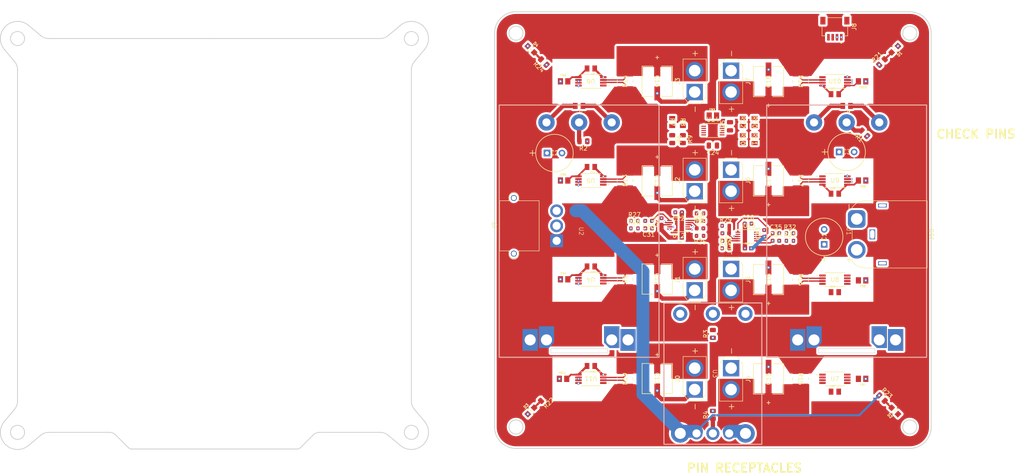
<source format=kicad_pcb>
(kicad_pcb (version 20240108) (generator "pcbnew") (generator_version "8.0")
  (layers (0 "F.Cu" signal) (1 "In1.Cu" power "GND") (2 "In2.Cu" mixed "SIG-PWR") (3 "In3.Cu" power "PWR") (4 "In4.Cu" power "GND2") (31 "B.Cu" signal) (34 "B.Paste" user) (35 "F.Paste" user) (36 "B.SilkS" user "B.Silkscreen") (37 "F.SilkS" user "F.Silkscreen") (38 "B.Mask" user) (39 "F.Mask" user) (44 "Edge.Cuts" user))
  (net 0 "")
  (net 1 "GND")
  (net 2 "+48V")
  (net 3 "+12V{slash}0")
  (net 4 "+12V{slash}1")
  (net 5 "+12V{slash}2")
  (net 6 "+12V{slash}3")
  (net 7 "+12V{slash}4")
  (net 8 "+12V{slash}5")
  (net 9 "+12V{slash}6")
  (net 10 "+12V{slash}7")
  (net 11 "+3.3V")
  (net 12 "+3.3VA{slash}1")
  (net 13 "+3.3VA{slash}2")
  (net 14 "+3.3VA{slash}3")
  (net 15 "Net-(D1-A)")
  (net 16 "Net-(D2-A)")
  (net 17 "Net-(D3-A)")
  (net 18 "Net-(D4-A)")
  (net 20 "SDA")
  (net 21 "SCL")
  (net 24 "Net-(U1-On{slash}Off)")
  (net 25 "Net-(U2-On{slash}Off)")
  (net 26 "Net-(U3-On{slash}Off)")
  (net 27 "Net-(U3-Trim)")
  (net 28 "+12V")
  (net 29 "/Voltage Sensing/AIN0")
  (net 30 "/Voltage Sensing/AIN1")
  (net 31 "+5V")
  (net 32 "/Voltage Sensing/AIN2")
  (net 33 "/Voltage Sensing/AIN3")
  (net 35 "/Current Sensing/INA240 Current Sensor 1/OUT1")
  (net 37 "/Current Sensing/INA240 Current Sensor 2/OUT2")
  (net 39 "/Current Sensing/INA240 Current Sensor 3/OUT3")
  (net 40 "/Current Sensing/INA240 Current Sensor 4/OUT4")
  (net 42 "/Current Sensing/INA240 Current Sensor 5/OUT5")
  (net 45 "/Current Sensing/INA240 Current Sensor 6/OUT6")
  (net 46 "/Current Sensing/INA240 Current Sensor 7/OUT7")
  (net 49 "/Current Sensing/INA240 Current Sensor 0/OUT0")
  (net 53 "+3.3VA{slash}6")
  (net 54 "+3.3VA{slash}7")
  (net 55 "+3.3VA{slash}8")
  (net 56 "+3.3VA{slash}4")
  (net 57 "+3.3VA{slash}9")
  (net 58 "+3.3VA{slash}5")
  (net 59 "+3.3VA{slash}10")
  (net 60 "+3.3VA{slash}11")
  (net 61 "Net-(U12-AIN0)")
  (net 62 "Net-(U12-AIN1)")
  (net 63 "Net-(U12-AIN2)")
  (net 64 "Net-(U12-AIN3)")
  (net 65 "Net-(U13-AIN0)")
  (net 66 "Net-(U13-AIN1)")
  (net 67 "Net-(U13-AIN2)")
  (net 68 "Net-(U13-AIN3)")
  (footprint "Capacitor_SMD:C_0603_1608Metric" (layer "F.Cu") (at 162 103.525 90)
    (property "Reference" "C23")
    (property "Value" "0.1 uF")
  )
  (footprint "TNPW0805:RES_TNPW0805_VIS" (layer "F.Cu") (at 157 77.5 -90)
    (property "Reference" "R12")
    (property "Value" "470k")
  )
  (footprint "Resistor_SMD:R_0805_2012Metric" (layer "F.Cu") (at 189.5 142 -45)
    (property "Reference" "R23")
    (property "Value" "1.2k")
  )
  (footprint "MPZ2012S102ATD25:BEADC2012X105N" (layer "F.Cu") (at 184.86 68 180)
    (property "Reference" "FB10")
    (property "Value" "FerriteBead")
  )
  (footprint "INA240A2PWR:PW0008A_M" (layer "F.Cu") (at 121.5 114.25 180)
    (property "Reference" "U4")
    (property "Value" "INA240A2PWR")
  )
  (footprint "MPZ2012S102ATD25:BEADC2012X105N" (layer "F.Cu") (at 115 137.5)
    (property "Reference" "FB11")
    (property "Value" "FerriteBead")
  )
  (footprint "0805 LED:WL-SMCW_0805" (layer "F.Cu") (at 107.5 145 45)
    (property "Reference" "D3")
    (property "Value" "Yellow")
  )
  (footprint "Capacitor_SMD:C_0603_1608Metric" (layer "F.Cu") (at 142 98.6 180)
    (property "Reference" "C22")
    (property "Value" "10 uF")
  )
  (footprint "0805 Ceramic Capacitor:CAPC2012X140N" (layer "F.Cu") (at 121.5 111.25 180)
    (property "Reference" "C19")
    (property "Value" "0.1 uF")
  )
  (footprint "MPZ2012S102ATD25:BEADC2012X105N" (layer "F.Cu") (at 115.25 68)
    (property "Reference" "FB6")
    (property "Value" "FerriteBead")
  )
  (footprint "TNPW0805:RES_TNPW0805_VIS" (layer "F.Cu") (at 159.75 77.5 -90)
    (property "Reference" "R10")
    (property "Value" "470k")
  )
  (footprint "Capacitor_SMD:C_0603_1608Metric" (layer "F.Cu") (at 164.725 103.5)
    (property "Reference" "C35")
    (property "Value" "2.2 uF")
  )
  (footprint "Capacitor_SMD:C_0603_1608Metric" (layer "F.Cu") (at 147 100.6)
    (property "Reference" "C5")
    (property "Value" "2.2 uF")
  )
  (footprint "Capacitor_SMD:C_0603_1608Metric" (layer "F.Cu") (at 153 103.5 180)
    (property "Reference" "C32")
    (property "Value" "2.2 uF")
  )
  (footprint "Resistor_SMD:R_0603_1608Metric" (layer "F.Cu") (at 131.675 102.35)
    (property "Reference" "R28")
    (property "Value" "680")
  )
  (footprint "MPZ2012S102ATD25:BEADC2012X105N" (layer "F.Cu") (at 184.86 91.166666 180)
    (property "Reference" "FB9")
    (property "Value" "FerriteBead")
  )
  (footprint "INA240A2PWR:PW0008A_M" (layer "F.Cu") (at 121.5 68 180)
    (property "Reference" "U6")
    (property "Value" "INA240A2PWR")
  )
  (footprint "Connector_AMASS:AMASS_XT30U-M_1x02_P5.0mm_Vertical" (layer "F.Cu") (at 145.75 116.833332 90)
    (property "Reference" "J1")
    (property "Value" "XT30")
  )
  (footprint "Connector_AMASS:AMASS_XT30U-M_1x02_P5.0mm_Vertical" (layer "F.Cu") (at 154.25 111.833332 -90)
    (property "Reference" "J5")
    (property "Value" "XT30")
  )
  (footprint "TNPW0805:RES_TNPW0805_VIS" (layer "F.Cu") (at 157 81.5 -90)
    (property "Reference" "R20")
    (property "Value" "470k")
  )
  (footprint "INA240A2PWR:PW0008A_M" (layer "F.Cu") (at 178.5 114.333332)
    (property "Reference" "U8")
    (property "Value" "INA240A2PWR")
  )
  (footprint "0805 LED:WL-SMCW_0805" (layer "F.Cu") (at 192.5 145 135)
    (property "Reference" "D2")
    (property "Value" "Red")
  )
  (footprint "0805 Ceramic Capacitor:CAPC2012X140N" (layer "F.Cu") (at 121.5 88 180)
    (property "Reference" "C27")
    (property "Value" "0.1 uF")
  )
  (footprint "INA240A2PWR:PW0008A_M" (layer "F.Cu") (at 121.5 91.166666 180)
    (property "Reference" "U5")
    (property "Value" "INA240A2PWR")
  )
  (footprint "WSLP25123L300DEA:RES_VISHAY_WSLP2512_A_VIS" (layer "F.Cu") (at 170.5 114.333332 -90)
    (property "Reference" "R16")
    (property "Value" "0.0033")
  )
  (footprint "Resistor_SMD:R_0603_1608Metric" (layer "F.Cu") (at 153 101.75)
    (property "Reference" "R29")
    (property "Value" "680")
  )
  (footprint "0805 Ceramic Capacitor:CAPC2012X140N" (layer "F.Cu") (at 178.5 117.25)
    (property "Reference" "C10")
    (property "Value" "0.1 uF")
  )
  (footprint "0805 Ceramic Capacitor:CAPC2012X140N" (layer "F.Cu") (at 181.25 73.75 180)
    (property "Reference" "C9")
    (property "Value" "100 pF")
  )
  (footprint "20SVPF120M:PCAP_SVP_C6_PAN-M" (layer "F.Cu") (at 163 137.504701 90)
    (property "Reference" "C15")
    (property "Value" "120 uF")
  )
  (footprint "Resistor_SMD:R_0603_1608Metric" (layer "F.Cu") (at 168 103.5)
    (property "Reference" "R32")
    (property "Value" "680")
  )
  (footprint "WSLP25123L300DEA:RES_VISHAY_WSLP2512_A_VIS" (layer "F.Cu") (at 129.5 137.5 90)
    (property "Reference" "R19")
    (property "Value" "0.0033")
  )
  (footprint "0805 Ceramic Capacitor:CAPC2012X140N" (layer "F.Cu") (at 121.5 65 180)
    (property "Reference" "C6")
    (property "Value" "0.1 uF")
  )
  (footprint "Capacitor_SMD:C_0603_1608Metric" (layer "F.Cu") (at 138 100.75 90)
    (property "Reference" "C21")
    (property "Value" "0.1 uF")
  )
  (footprint "Capacitor_SMD:C_0603_1608Metric" (layer "F.Cu") (at 134.975 100.6 180)
    (property "Reference" "C30")
    (property "Value" "2.2 uF")
  )
  (footprint "INA240A2PWR:PW0008A_M" (layer "F.Cu") (at 121.5 137.5 180)
    (property "Reference" "U11")
    (property "Value" "INA240A2PWR")
  )
  (footprint "0805 LED:WL-SMCW_0805" (layer "F.Cu") (at 107.5 60.5 -45)
    (property "Reference" "D4")
    (property "Value" "Green")
  )
  (footprint "Resistor_SMD:R_0805_2012Metric" (layer "F.Cu") (at 119.75 82 180)
    (property "Reference" "R2")
    (property "Value" "10k")
  )
  (footprint "0805 Ceramic Capacitor:CAPC2012X140N" (layer "F.Cu") (at 178.5 140.5)
    (property "Reference" "C8")
    (property "Value" "0.1 uF")
  )
  (footprint "Resistor_SMD:R_0805_2012Metric" (layer "F.Cu") (at 110.5 142 -135)
    (property "Reference" "R22")
    (property "Value" "2.2k")
  )
  (footprint "Resistor_SMD:R_0603_1608Metric" (layer "F.Cu") (at 147 104.1 180)
    (property "Reference" "R25")
    (property "Value" "680")
  )
  (footprint "Connector_AMASS:AMASS_XT30U-M_1x02_P5.0mm_Vertical" (layer "F.Cu") (at 145.75 140 90)
    (property "Reference" "J0")
    (property "Value" "XT30")
  )
  (footprint "MPZ2012S102ATD25:BEADC2012X105N" (layer "F.Cu") (at 115.25 91.166666)
    (property "Reference" "FB5")
    (property "Value" "FerriteBead")
  )
  (footprint "Package_SO:TSSOP-10_3x3mm_P0.5mm" (layer "F.Cu") (at 150 79.5)
    (property "Reference" "U14")
    (property "Value" "ADS1015IDGS")
  )
  (footprint "0805 Ceramic Capacitor:CAPC2012X140N" (layer "F.Cu") (at 178.5 71)
    (property "Reference" "C28")
    (property "Value" "0.1 uF")
  )
  (footprint "0805 LED:WL-SMCW_0805" (layer "F.Cu") (at 192.5 60.5 -135)
    (property "Reference" "D1")
    (property "Value" "Amber")
  )
  (footprint "107AVG063MFBJ:CAP_AVG-8x12_ILC" (layer "F.Cu") (at 179.5 84.5)
    (property "Reference" "C3")
    (property "Value" "100 uF")
  )
  (footprint "Resistor_SMD:R_0805_2012Metric" (layer "F.Cu") (at 150 145.9125 90)
    (property "Reference" "R4")
    (property "Value" "470k")
  )
  (footprint "Connector_AMASS:AMASS_XT60IPW-M_1x03_P7.20mm_Horizontal" (layer "F.Cu") (at 183.6 100.15 -90)
    (property "Reference" "J10")
    (property "Value" "XT60IPW-M")
  )
  (footprint "MPZ2012S102ATD25:BEADC2012X105N" (layer "F.Cu") (at 184.86 114.5 180)
    (property "Reference" "FB8")
    (property "Value" "FerriteBead")
  )
  (footprint "WSLP25123L300DEA:RES_VISHAY_WSLP2512_A_VIS" (layer "F.Cu") (at 170.5 91.166666 -90)
    (property "Reference" "R17")
    (property "Value" "0.0033")
  )
  (footprint "0603 Ferrite Bead:0603 Ferrite Bead" (layer "F.Cu") (at 142 104.5 180)
    (property "Reference" "FB1")
    (property "Value" "FerriteBead")
  )
  (footprint "Connector_AMASS:AMASS_XT30U-M_1x02_P5.0mm_Vertical" (layer "F.Cu") (at 154.25 135 -90)
    (property "Reference" "J4")
    (property "Value" "XT30")
  )
  (footprint "Capacitor_SMD:C_0603_1608Metric" (layer "F.Cu") (at 135 102.35 180)
    (property "Reference" "C31")
    (property "Value" "2.2 uF")
  )
  (footprint "TNPW0805:RES_TNPW0805_VIS" (layer "F.Cu") (at 143 77.5 -90)
    (property "Reference" "R8")
    (property "Value" "470k")
  )
  (footprint "WSLP25123L300DEA:RES_VISHAY_WSLP2512_A_VIS" (layer "F.Cu") (at 129.5 68 90)
    (property "Reference" "R14")
    (property "Value" "0.0033")
  )
  (footprint "Connector_AMASS:AMASS_XT30U-M_1x02_P5.0mm_Vertical" (layer "F.Cu") (at 145.75 93.666666 90)
    (property "Reference" "J2")
    (property "Value" "XT30")
  )
  (footprint "MPQ860-12V72-L48NBMC:MPQ860-12V72-L48NBMC" (layer "F.Cu") (at 181.25 103 -90)
    (property "Reference" "U1")
    (property "Value" "~")
    (fp_rect (start 27.432 -6.604) (end 28.448 6.604) (stroke (width 0.1)) (fill none) (layer "Edge.Cuts"))
  )
  (footprint "WSLP25123L300DEA:RES_VISHAY_WSLP2512_A_VIS" (layer "F.Cu") (at 170.5 68 -90)
    (property "Reference" "R18")
    (property "Value" "0.0033")
  )
  (footprint "Capacitor_SMD:C_0603_1608Metric" (layer "F.Cu") (at 158.225 101.25)
    (property "Reference" "C20")
    (property "Value" "10 uF")
  )
  (footprint "Capacitor_SMD:C_0805_2012Metric" (layer "F.Cu") (at 154 78.5 90)
    (property "Reference" "C25")
    (property "Value" "0.1 uF")
  )
  (footprint "Resistor_SMD:R_0805_2012Metric" (layer "F.Cu") (at 189.5 63.5 45)
    (property "Reference" "R21")
    (property "Value" "680")
  )
  (footprint "20SVPF120M:PCAP_SVP_C6_PAN-M" (layer "F.Cu") (at 163 91.25 90)
    (property "Reference" "C17")
    (property "Value" "120 uF")
  )
  (footprint "TNPW0805:RES_TNPW0805_VIS" (layer "F.Cu") (at 140.5 77.5 -90)
    (property "Reference" "R7")
    (property "Value" "470k")
  )
  (footprint "0805 Ceramic Capacitor:CAPC2012X140N" (layer "F.Cu") (at 121.5 134.5 180)
    (property "Reference" "C29")
    (property "Value" "0.1 uF")
  )
  (footprint "Resistor_SMD:R_0805_2012Metric" (layer "F.Cu") (at 143 81.5 -90)
    (property "Reference" "R9")
    (property "Value" "110k")
  )
  (footprint "INA240A2PWR:PW0008A_M" (layer "F.Cu") (at 178.5 68)
    (property "Reference" "U10")
    (property "Value" "INA240A2PWR")
  )
  (footprint "20SVPF120M:PCAP_SVP_C6_PAN-M" (layer "F.Cu") (at 137 91.25 -90)
    (property "Reference" "C13")
    (property "Value" "120 uF")
  )
  (footprint "INA240A2PWR:PW0008A_M" (layer "F.Cu") (at 178.5 91.166666)
    (property "Reference" "U9")
    (property "Value" "INA240A2PWR")
  )
  (footprint "20SVPF120M:PCAP_SVP_C6_PAN-M" (layer "F.Cu") (at 163 68.056701 90)
    (property "Reference" "C18")
    (property "Value" "120 uF")
  )
  (footprint "Capacitor_SMD:C_0603_1608Metric" (layer "F.Cu") (at 164.725 105.25)
    (property "Reference" "C34")
    (property "Value" "2.2 uF")
  )
  (footprint "Connector_AMASS:AMASS_XT30U-M_1x02_P5.0mm_Vertical" (layer "F.Cu") (at 145.75 70.5 90)
    (property "Reference" "J3")
    (property "Value" "XT30")
  )
  (footprint "WSLP25123L300DEA:RES_VISHAY_WSLP2512_A_VIS" (layer "F.Cu") (at 170.5 137.5 -90)
    (property "Reference" "R15")
    (property "Value" "0.0033")
  )
  (footprint "Connector_AMASS:AMASS_XT30U-M_1x02_P5.0mm_Vertical" (layer "F.Cu") (at 154.25 65.5 -90)
    (property "Reference" "J7")
    (property "Value" "XT30")
  )
  (footprint "0805 Ceramic Capacitor:CAPC2012X140N" (layer "F.Cu") (at 178.5 94.25)
    (property "Reference" "C26")
    (property "Value" "0.1 uF")
  )
  (footprint "0603 Ferrite Bead:0603 Ferrite Bead" (layer "F.Cu") (at 158.225 107)
    (property "Reference" "FB2")
    (property "Value" "FerriteBead")
  )
  (footprint "Resistor_SMD:R_0603_1608Metric" (layer "F.Cu") (at 153 107)
    (property "Reference" "R30")
    (property "Value" "680")
  )
  (footprint "107AVG063MFBJ:CAP_AVG-8x12_ILC" (layer "F.Cu") (at 111.25 84.75)
    (property "Reference" "C2")
    (property "Value" "100 uF")
  )
  (footprint "Capacitor_SMD:C_0805_2012Metric" (layer "F.Cu") (at 150 83 180)
    (property "Reference" "C24")
    (property "Value" "10 uF")
  )
  (footprint "Connector_AMASS:AMASS_MR30PW-M_1x03_P3.50mm_Horizontal" (layer "F.Cu") (at 113.5 105.25 90)
    (property "Reference" "J9")
    (property "Value" "MR30PW-M")
  )
  (footprint "Resistor_SMD:R_0805_2012Metric" (layer "F.Cu") (at 185.395235 80.145235 135)
    (property "Reference" "R1")
    (property "Value" "10k")
  )
  (footprint "INA240A2PWR:PW0008A_M" (layer "F.Cu") (at 178.5 137.5)
    (property "Reference" "U7")
    (property "Value" "INA240A2PWR")
  )
  (footprint "Connector_AMASS:AMASS_XT30U-M_1x02_P5.0mm_Vertical" (layer "F.Cu") (at 154.25 88.666666 -90)
    (property "Reference" "J6")
    (property "Value" "XT30")
  )
  (footprint "20SVPF120M:PCAP_SVP_C6_PAN-M" (layer "F.Cu") (at 137 67.9953 -90)
    (property "Reference" "C14")
    (property "Value" "120 uF")
  )
  (footprint "Resistor_SMD:R_0603_1608Metric" (layer "F.Cu") (at 131.675 100.6)
    (property "Reference" "R27")
    (property "Value" "680")
  )
  (footprint "20SVPF120M:PCAP_SVP_C6_PAN-M" (layer "F.Cu") (at 137 114.193299 -90)
    (property "Reference" "C12")
    (property "Value" "120 uF")
  )
  (footprint "UWS-5_10-Q48P-C:UWS-5_10-Q48P-C" (layer "F.Cu") (at 150 136.28 -90)
    (property "Reference" "U3")
    (property "Value" "~")
  )
  (footprint "107AVG063MFBJ:CAP_AVG-8x12_ILC" (layer "F.Cu") (at 176 106.08325 90)
    (property "Reference" "C1")
    (property "Value" "100 uF")
  )
  (footprint "QWIIC Connector RA:QWIIC Connector RA" (layer "F.Cu") (at 178.5 55.25 180)
    (property "Reference" "J8")
    (property "Value" "Qwiic_RA")
  )
  (footprint "Capacitor_SMD:C_0603_1608Metric" (layer "F.Cu") (at 147 102.35)
    (property "Reference" "C4")
    (property "Value" "2.2 uF")
  )
  (footprint "Resistor_SMD:R_0805_2012Metric" (layer "F.Cu") (at 140.5 81.5 -90)
    (property "Reference" "R6")
    (property "Value" "25k")
  )
  (footprint "Resistor_SMD:R_0805_2012Metric" (layer "F.Cu") (at 150 127 90)
    (property "Reference" "R3")
    (property "Value" "10k")
  )
  (footprint "MPQ860-12V72-L48NBMC:MPQ860-12V72-L48NBMC" (layer "F.Cu") (at 118.75 103 -90)
    (property "Reference" "U2")
    (property "Value" "~")
    (fp_rect (start 27.432 -6.604) (end 28.448 6.604) (stroke (width 0.1)) (fill none) (layer "Edge.Cuts"))
  )
  (footprint "Resistor_SMD:R_0805_2012Metric" (layer "F.Cu") (at 110.5 63.5 135)
    (property "Reference" "R24")
    (property "Value" "56k")
  )
  (footprint "MPZ2012S102ATD25:BEADC2012X105N" (layer "F.Cu") (at 184.86 137.5 180)
    (property "Reference" "FB7")
    (property "Value" "FerriteBead")
  )
  (footprint "20SVPF120M:PCAP_SVP_C6_PAN-M" (layer "F.Cu") (at 137 137.443299 -90)
    (property "Reference" "C11")
    (property "Value" "120 uF")
  )
  (footprint "Package_SO:TSSOP-10_3x3mm_P0.5mm" (layer "F.Cu") (at 142 101.5 180)
    (property "Reference" "U12")
    (property "Value" "ADS1015IDGS")
  )
  (footprint "TNPW0805:RES_TNPW0805_VIS" (layer "F.Cu") (at 159.75 81.5 -90)
    (property "Reference" "R11")
    (property "Value" "470k")
  )
  (footprint "Resistor_SMD:R_0603_1608Metric" (layer "F.Cu") (at 168 105.25)
    (property "Reference" "R31")
    (property "Value" "680")
  )
  (footprint "20SVPF120M:PCAP_SVP_C6_PAN-M" (layer "F.Cu") (at 163 114.306701 90)
    (property "Reference" "C16")
    (property "Value" "120 uF")
  )
  (footprint "0805 Ceramic Capacitor:CAPC2012X140N" (layer "F.Cu") (at 118.75 73.75 180)
    (property "Reference" "C7")
    (property "Value" "100 pF")
  )
  (footprint "WSLP25123L300DEA:RES_VISHAY_WSLP2512_A_VIS" (layer "F.Cu") (at 129.5 91.166666 90)
    (property "Reference" "R13")
    (property "Value" "0.0033")
  )
  (footprint "MPZ2012S102ATD25:BEADC2012X105N" (layer "F.Cu") (at 115.25 114.25)
    (property "Reference" "FB4")
    (property "Value" "FerriteBead")
  )
  (footprint "Resistor_SMD:R_0603_1608Metric" (layer "F.Cu") (at 147 98.85 180)
    (property "Reference" "R26")
    (property "Value" "680")
  )
  (footprint "Capacitor_SMD:C_0603_1608Metric" (layer "F.Cu") (at 153 105.25 180)
    (property "Reference" "C33")
    (property "Value" "2.2 uF")
  )
  (footprint "MPZ2012S102ATD25:BEADC2012X105N" (layer "F.Cu") (at 150 76)
    (property "Reference" "FB3")
    (property "Value" "FerriteBead")
  )
  (footprint "Package_SO:TSSOP-10_3x3mm_P0.5mm" (layer "F.Cu") (at 158 104.25)
    (property "Reference" "U13")
    (property "Value" "ADS1015IDGS")
  )
  (footprint "WSLP25123L300DEA:RES_VISHAY_WSLP2512_A_VIS" (layer "F.Cu") (at 129.5 114.25 90)
    (property "Reference" "R5")
    (property "Value" "0.0033")
  )
  (gr_arc (start 72.25 150) (mid 73.273486 150.179987) (end 74.174164 150.698349) (stroke (width 0.2)) (layer "Edge.Cuts"))
  (gr_line (start -12.4352 65.314804) (end -12.4352 104) (stroke (width 0.2)) (layer "Edge.Cuts"))
  (gr_line (start 82.628978 147.42885) (end 80.26667 144.61356) (stroke (width 0.2)) (layer "Edge.Cuts"))
  (gr_circle (center 196 148.75) (end 197.65 148.75) (stroke (width 0.2)) (fill none) (layer "Edge.Cuts"))
  (gr_arc (start 80.26667 144.61356) (mid 79.745725 143.711256) (end 79.5648 142.685194) (stroke (width 0.2)) (layer "Edge.Cuts"))
  (gr_circle (center 79.5648 150) (end 79.5748 150) (stroke (width 0.0001)) (fill solid) (layer "Edge.Cuts"))
  (gr_circle (center -12.4352 58) (end -10.7852 58) (stroke (width 0.2)) (fill none) (layer "Edge.Cuts"))
  (gr_circle (center 79.5648 150) (end 81.2148 150) (stroke (width 0.2)) (fill none) (layer "Edge.Cuts"))
  (gr_arc (start 196 51.75) (mid 199.535534 53.214466) (end 201 56.75) (stroke (width 0.2)) (layer "Edge.Cuts"))
  (gr_circle (center 104 56.75) (end 105.65 56.75) (stroke (width 0.2)) (fill none) (layer "Edge.Cuts"))
  (gr_circle (center 79.5648 58) (end 81.2148 58) (stroke (width 0.2)) (fill none) (layer "Edge.Cuts"))
  (gr_line (start 72.249994 58) (end 33.5648 58) (stroke (width 0.2)) (layer "Edge.Cuts"))
  (gr_line (start 56.664197 150.585797) (end 53.653797 153.596197) (stroke (width 0.2)) (layer "Edge.Cuts"))
  (gr_line (start 104 51.75) (end 196 51.75) (stroke (width 0.2)) (layer "Edge.Cuts"))
  (gr_line (start -15.499378 147.42885) (end -13.137066 144.613556) (stroke (width 0.2)) (layer "Edge.Cuts"))
  (gr_circle (center -12.4352 150) (end -10.7852 150) (stroke (width 0.2)) (fill none) (layer "Edge.Cuts"))
  (gr_line (start 82.628978 60.57115) (end 80.263149 63.390636) (stroke (width 0.2)) (layer "Edge.Cuts"))
  (gr_line (start 99 148.75) (end 99 56.75) (stroke (width 0.2)) (layer "Edge.Cuts"))
  (gr_arc (start -7.048755 150.701865) (mid -6.146454 150.180924) (end -5.120396 150) (stroke (width 0.2)) (layer "Edge.Cuts"))
  (gr_line (start 79.5648 65.3148) (end 79.5648 104) (stroke (width 0.2)) (layer "Edge.Cuts"))
  (gr_arc (start 82.628977 147.428851) (mid 82.393226 152.828426) (end 76.993651 153.064177) (stroke (width 0.2)) (layer "Edge.Cuts"))
  (gr_arc (start 53.653797 153.596197) (mid 53.329378 153.812967) (end 52.9467 153.889087) (stroke (width 0.2)) (layer "Edge.Cuts"))
  (gr_circle (center 104 148.75) (end 105.65 148.75) (stroke (width 0.2)) (fill none) (layer "Edge.Cuts"))
  (gr_arc (start 74.17836 57.29813) (mid 73.276056 57.819075) (end 72.249994 58) (stroke (width 0.2)) (layer "Edge.Cuts"))
  (gr_arc (start 104 153.75) (mid 100.464466 152.285534) (end 99 148.75) (stroke (width 0.2)) (layer "Edge.Cuts"))
  (gr_arc (start -12.4352 142.685196) (mid -12.61612 143.711256) (end -13.137066 144.613556) (stroke (width 0.2)) (layer "Edge.Cuts"))
  (gr_line (start -12.4352 142.685196) (end -12.4352 104) (stroke (width 0.2)) (layer "Edge.Cuts"))
  (gr_line (start 76.99365 54.935822) (end 74.17836 57.29813) (stroke (width 0.2)) (layer "Edge.Cuts"))
  (gr_arc (start 79.5648 65.3148) (mid 79.744787 64.291314) (end 80.263149 63.390636) (stroke (width 0.2)) (layer "Edge.Cuts"))
  (gr_line (start 76.99365 153.064178) (end 74.174164 150.698349) (stroke (width 0.2)) (layer "Edge.Cuts"))
  (gr_arc (start 56.664197 150.585797) (mid 57.308287 150.15423) (end 58.068108 150) (stroke (width 0.2)) (layer "Edge.Cuts"))
  (gr_arc (start -13.137065 63.386445) (mid -12.616124 64.288746) (end -12.4352 65.314804) (stroke (width 0.2)) (layer "Edge.Cuts"))
  (gr_line (start 201 56.75) (end 201 148.75) (stroke (width 0.2)) (layer "Edge.Cuts"))
  (gr_arc (start -15.499378 60.57115) (mid -15.263627 55.171573) (end -9.864051 54.935823) (stroke (width 0.2)) (layer "Edge.Cuts"))
  (gr_arc (start 14.182903 153.889087) (mid 13.800222 153.812968) (end 13.475802 153.596196) (stroke (width 0.2)) (layer "Edge.Cuts"))
  (gr_line (start 196 153.75) (end 104 153.75) (stroke (width 0.2)) (layer "Edge.Cuts"))
  (gr_circle (center 53.360907 153.889087) (end 53.370907 153.889087) (stroke (width 0.0001)) (fill solid) (layer "Edge.Cuts"))
  (gr_circle (center 13.768693 153.889087) (end 13.778693 153.889087) (stroke (width 0.0001)) (fill solid) (layer "Edge.Cuts"))
  (gr_line (start -9.86405 54.935822) (end -7.048756 57.298134) (stroke (width 0.2)) (layer "Edge.Cuts"))
  (gr_line (start 52.9467 153.889087) (end 14.182903 153.889087) (stroke (width 0.2)) (layer "Edge.Cuts"))
  (gr_arc (start 9.051179 150) (mid 9.816551 150.152234) (end 10.465393 150.585787) (stroke (width 0.2)) (layer "Edge.Cuts"))
  (gr_line (start 79.5648 142.685194) (end 79.5648 104) (stroke (width 0.2)) (layer "Edge.Cuts"))
  (gr_line (start -5.120396 150) (end 9.051179 150) (stroke (width 0.2)) (layer "Edge.Cuts"))
  (gr_line (start -15.499378 60.57115) (end -13.137065 63.386445) (stroke (width 0.2)) (layer "Edge.Cuts"))
  (gr_circle (center 196 56.75) (end 197.65 56.75) (stroke (width 0.2)) (fill none) (layer "Edge.Cuts"))
  (gr_arc (start -9.864051 153.064177) (mid -15.263626 152.828426) (end -15.499378 147.42885) (stroke (width 0.2)) (layer "Edge.Cuts"))
  (gr_arc (start 76.993651 54.935823) (mid 82.393226 55.171574) (end 82.628977 60.571149) (stroke (width 0.2)) (layer "Edge.Cuts"))
  (gr_arc (start 201 148.75) (mid 199.535534 152.285534) (end 196 153.75) (stroke (width 0.2)) (layer "Edge.Cuts"))
  (gr_line (start -9.86405 153.064178) (end -7.048755 150.701865) (stroke (width 0.2)) (layer "Edge.Cuts"))
  (gr_line (start 72.25 150) (end 58.068108 150) (stroke (width 0.2)) (layer "Edge.Cuts"))
  (gr_line (start 10.465393 150.585787) (end 13.475802 153.596196) (stroke (width 0.2)) (layer "Edge.Cuts"))
  (gr_arc (start -5.120396 58) (mid -6.146456 57.81908) (end -7.048756 57.298134) (stroke (width 0.2)) (layer "Edge.Cuts"))
  (gr_arc (start 99 56.75) (mid 100.464466 53.214466) (end 104 51.75) (stroke (width 0.2)) (layer "Edge.Cuts"))
  (gr_line (start -5.120396 58) (end 33.5648 58) (stroke (width 0.2)) (layer "Edge.Cuts"))
  (gr_text "PIN RECEPTACLES" (at 143.75 159.5 0) (layer "F.SilkS") (effects (font (size 2 2) (thickness 0.4) (bold yes)) (justify left bottom)))
  (gr_text "CHECK PINS " (at 202 81.5 0) (layer "F.SilkS") (effects (font (size 2 2) (thickness 0.4) (bold yes)) (justify left bottom)))
  (segment (start 118.600001 137.5) (end 118.600001 137.175) (width 0.4) (layer "F.Cu") (net 1))
  (segment (start 122.395001 65) (end 122.395001 65.17) (width 0.5) (layer "F.Cu") (net 1))
  (segment (start 137.702699 95.75) (end 137 95.047301) (width 1) (layer "F.Cu") (net 1))
  (segment (start 124.221401 113.2464) (end 124.399999 113.2464) (width 0.5) (layer "F.Cu") (net 1))
  (segment (start 145.75 140) (end 143.5 142.25) (width 1) (layer "F.Cu") (net 1))
  (segment (start 137 71.792601) (end 137.957399 72.75) (width 1) (layer "F.Cu") (net 1))
  (segment (start 122.52 73.75) (end 126.37 77.6) (width 1) (layer "F.Cu") (net 1))
  (segment (start 155.025 104.25) (end 155.849999 104.25) (width 0.3) (layer "F.Cu") (net 1))
  (segment (start 122.395001 88.17) (end 124.388067 90.163066) (width 0.5) (layer "F.Cu") (net 1))
  (segment (start 137 70.802001) (end 137 71.792601) (width 1) (layer "F.Cu") (net 1))
  (segment (start 143.833332 118.75) (end 138.207993 118.75) (width 1) (layer "F.Cu") (net 1))
  (segment (start 118.600001 91.25) (end 118.600001 91.491666) (width 0.4) (layer "F.Cu") (net 1))
  (segment (start 124.388067 90.163066) (end 124.399999 90.163066) (width 0.5) (layer "F.Cu") (net 1))
  (segment (start 122.395001 111.25) (end 122.395001 111.42) (width 0.5) (layer "F.Cu") (net 1))
  (segment (start 118.600001 113.925) (end 118.600001 114.25) (width 0.4) (layer "F.Cu") (net 1))
  (segment (start 181.475 67.75) (end 181.399999 67.674999) (width 0.3) (layer "F.Cu") (net 1))
  (segment (start 118.600001 137.825) (end 118.600001 137.5) (width 0.4) (layer "F.Cu") (net 1))
  (segment (start 118.600001 114.25) (end 118.600001 114.575) (width 0.4) (layer "F.Cu") (net 1))
  (segment (start 118.600001 90.841666) (end 118.600001 91.25) (width 0.4) (layer "F.Cu") (net 1))
  (segment (start 182.45 90.83) (end 181.411664 90.83) (width 0.3) (layer "F.Cu") (net 1))
  (segment (start 122.395001 111.42) (end 124.221401 113.2464) (width 0.5) (layer "F.Cu") (net 1))
  (segment (start 138.207993 118.75) (end 137 117.542007) (width 1) (layer "F.Cu") (net 1))
  (segment (start 137.957399 72.75) (end 143.5 72.75) (width 1) (layer "F.Cu") (net 1))
  (segment (start 122.395001 134.67) (end 124.221401 136.4964) (width 0.5) (layer "F.Cu") (net 1))
  (segment (start 118.600001 67.675) (end 118.600001 68) (width 0.4) (layer "F.Cu") (net 1))
  (segment (start 177.605 94.25) (end 177.605 94.08) (width 0.5) (layer "F.Cu") (net 1))
  (segment (start 122.395001 88) (end 122.395001 88.17) (width 0.5) (layer "F.Cu") (net 1))
  (segment (start 137 141.2406) (end 137 140.25) (width 1) (layer "F.Cu") (net 1))
  (segment (start 144.93 102.5) (end 145.12 102.69) (width 0.3) (layer "F.Cu") (net 1))
  (segment (start 145.75 93.666666) (end 143.666666 95.75) (width 1) (layer "F.Cu") (net 1))
  (segment (start 144.86 101.5) (end 144.150001 101.5) (width 0.3) (layer "F.Cu") (net 1))
  (segment (start 137 95.047301) (end 137 94.056701) (width 1) (layer "F.Cu") (net 1))
  (segment (start 143.666666 95.75) (end 137.702699 95.75) (width 1) (layer "F.Cu") (net 1))
  (segment (start 182.5 67.75) (end 181.475 67.75) (width 0.3) (layer "F.Cu") (net 1))
  (segment (start 181.411666 91.48) (end 181.399999 91.491667) (width 0.3) (layer "F.Cu") (net 1))
  (segment (start 137 117.542007) (end 137 117) (width 1) (layer "F.Cu") (net 1))
  (segment (start 124.221401 66.9964) (end 124.399999 66.9964) (width 0.5) (layer "F.Cu") (net 1))
  (segment (start 143.5 72.75) (end 145.75 70.5) (width 1) (layer "F.Cu") (net 1))
  (segment (start 144.15 102.5) (end 144.93 102.5) (width 0.3) (layer "F.Cu") (net 1))
  (segment (start 177.604999 70.979997) (end 175.600001 68.974999) (width 0.4) (layer "F.Cu") (net 1))
  (segment (start 122.395001 134.5) (end 122.395001 134.67) (width 0.5) (layer "F.Cu") (net 1))
  (segment (start 182.145001 73.75) (end 185.02 73.75) (width 1) (layer "F.Cu") (net 1))
  (segment (start 145.75 116.833332) (end 143.833332 118.75) (width 1) (layer "F.Cu") (net 1))
  (segment (start 177.604999 71) (end 177.604999 70.979997) (width 0.4) (layer "F.Cu") (net 1))
  (segment (start 124.221401 136.4964) (end 124.399999 136.4964) (width 0.5) (layer "F.Cu") (net 1))
  (segment (start 177.605 94.08) (end 175.695267 92.170267) (width 0.4) (layer "F.Cu") (net 1))
  (segment (start 145.29 101.93) (end 144.86 101.5) (width 0.3) (layer "F.Cu") (net 1))
  (segment (start 182.5 68.325001) (end 181.399999 68.325001) (width 0.3) (layer "F.Cu") (net 1))
  (segment (start 118.600001 68) (end 118.600001 68.325) (width 0.4) (layer "F.Cu") (net 1))
  (segment (start 181.411664 90.83) (end 181.399999 90.841665) (width 0.3) (layer "F.Cu") (net 1))
  (segment (start 154.975 104.2) (end 155.025 104.25) (width 0.3) (layer "F.Cu") (net 1))
  (segment (start 119.645001 73.75) (end 122.52 73.75) (width 1) (layer "F.Cu") (net 1))
  (segment (start 138.0094 142.25) (end 137 141.2406) (width 1) (layer "F.Cu") (net 1))
  (segment (start 185.02 73.75) (end 188.87 77.6) (width 1) (layer "F.Cu") (net 1))
  (segment (start 182.47 91.48) (end 181.411666 91.48) (width 0.3) (layer "F.Cu") (net 1))
  (segment (start 175.695267 92.170267) (end 175.600001 92.170267) (width 0.4) (layer "F.Cu") (net 1))
  (segment (start 122.395001 65.17) (end 124.221401 66.9964) (width 0.5) (layer "F.Cu") (net 1))
  (segment (start 143.5 142.25) (end 138.0094 142.25) (width 1) (layer "F.Cu") (net 1))
  (via (at 137 94.056701) (size 0.8) (drill 0.4) (layers "F.Cu" "B.Cu") (net 1))
  (via (at 118.600001 68) (size 0.6) (drill 0.3) (layers "F.Cu" "B.Cu") (net 1))
  (via (at 163 88.443299) (size 0.8) (drill 0.4) (layers "F.Cu" "B.Cu") (net 1))
  (via (at 150 127.9125) (size 0.8) (drill 0.4) (layers "F.Cu" "B.Cu") (net 1))
  (via (at 118.600001 137.5) (size 0.6) (drill 0.3) (layers "F.Cu" "B.Cu") (net 1))
  (via (at 124.399999 90.191668) (size 0.45) (drill 0.3) (layers "F.Cu" "B.Cu") (net 1))
  (via (at 124.399999 67.025002) (size 0.45) (drill 0.3) (layers "F.Cu" "B.Cu") (net 1))
  (via (at 193.242462 59.757538) (size 0.8) (drill 0.4) (layers "F.Cu" "B.Cu") (net 1))
  (via (at 134.2 100.6) (size 0.6) (drill 0.3) (layers "F.Cu" "B.Cu") (net 1))
  (via (at 141.225 98.6) (size 0.6) (drill 0.3) (layers "F.Cu" "B.Cu") (net 1))
  (via (at 159 101.25) (size 0.6) (drill 0.3) (layers "F.Cu" "B.Cu") (net 1))
  (via (at 106.757538 145.742462) (size 0.8) (drill 0.4) (layers "F.Cu" "B.Cu") (net 1))
  (via (at 152.225 103.5) (size 0.6) (drill 0.3) (layers "F.Cu" "B.Cu") (net 1))
  (via (at 120.6625 82) (size 0.6) (drill 0.3) (layers "F.Cu" "B.Cu") (net 1))
  (via (at 118.600001 114.25) (size 0.6) (drill 0.3) (layers "F.Cu" "B.Cu") (net 1))
  (via (at 134.225 102.35) (size 0.6) (drill 0.3) (layers "F.Cu" "B.Cu") (net 1))
  (via (at 106.757538 59.757538) (size 0.8) (drill 0.4) (layers "F.Cu" "B.Cu") (net 1))
  (via (at 154.975 104.2) (size 0.4) (drill 0.2) (layers "F.Cu" "B.Cu") (net 1))
  (via (at 182.47 91.48) (size 0.45) (drill 0.3) (layers "F.Cu" "B.Cu") (net 1))
  (via (at 137 117) (size 0.8) (drill 0.4) (layers "F.Cu" "B.Cu") (net 1))
  (via (at 182.45 90.83) (size 0.45) (drill 0.3) (layers "F.Cu" "B.Cu") (net 1))
  (via (at 137 70.802001) (size 0.8) (drill 0.4) (layers "F.Cu" "B.Cu") (net 1))
  (via (at 124.399999 113.271398) (size 0.45) (drill 0.3) (layers "F.Cu" "B.Cu") (net 1))
  (via (at 124.399999 136.521398) (size 0.45) (drill 0.3) (layers "F.Cu" "B.Cu") (net 1))
  (via (at 165.5 105.25) (size 0.6) (drill 0.3) (layers "F.Cu" "B.Cu") (net 1))
  (via (at 147.775 100.6) (size 0.4) (drill 0.2) (layers "F.Cu" "B.Cu") (net 1))
  (via (at 118.600001 91.25) (size 0.6) (drill 0.3) (layers "F.Cu" "B.Cu") (net 1))
  (via (at 138 99.975) (size 0.6) (drill 0.3) (layers "F.Cu" "B.Cu") (net 1))
  (via (at 162 102.75) (size 0.6) (drill 0.3) (layers "F.Cu" "B.Cu") (net 1))
  (via (at 163 134.698) (size 0.8) (drill 0.4) (layers "F.Cu" "B.Cu") (net 1))
  (via (at 182.5 67.75) (size 0.45) (drill 0.3) (layers "F.Cu" "B.Cu") (net 1))
  (via (at 163 65.25) (size 0.8) (drill 0.4) (layers "F.Cu" "B.Cu") (net 1))
  (via (at 163 111.5) (size 0.8) (drill 0.4) (layers "F.Cu" "B.Cu") (net 1))
  (via (at 145.29 101.93) (size 0.45) (drill 0.3) (layers "F.Cu" "B.Cu") (net 1))
  (via (at 182.5 68.325001) (size 0.45) (drill 0.3) (layers "F.Cu" "B.Cu") (net 1))
  (via (at 150 145) (size 0.8) (drill 0.4) (layers "F.Cu" "B.Cu") (net 1))
  (via (at 175.600001 68.974999) (size 0.4) (drill 0.2) (layers "F.Cu" "B.Cu") (net 1))
  (via (at 147.775 102.35) (size 0.4) (drill 0.2) (layers "F.Cu" "B.Cu") (net 1))
  (via (at 137 140.25) (size 0.8) (drill 0.4) (layers "F.Cu" "B.Cu") (net 1))
  (via (at 152.225 105.25) (size 0.6) (drill 0.3) (layers "F.Cu" "B.Cu") (net 1))
  (via (at 145.12 102.69) (size 0.45) (drill 0.3) (layers "F.Cu" "B.Cu") (net 1))
  (via (at 165.5 103.5) (size 0.6) (drill 0.3) (layers "F.Cu" "B.Cu") (net 1))
  (via (at 186.04047 80.79047) (size 0.8) (drill 0.4) (layers "F.Cu" "B.Cu") (net 1))
  (via (at 180 57.7) (size 0.6) (drill 0.3) (layers "F.Cu" "B.Cu") (net 1))
  (segment (start 157.62 149.75) (end 153.81 149.75) (width 3) (layer "B.Cu") (net 1))
  (segment (start 180.354999 73.75) (end 177.48 73.75) (width 1) (layer "F.Cu") (net 2))
  (segment (start 177.48 73.75) (end 173.63 77.6) (width 1) (layer "F.Cu") (net 2))
  (segment (start 114.98 73.75) (end 111.13 77.6) (width 1) (layer "F.Cu") (net 2))
  (segment (start 117.854999 73.75) (end 114.98 73.75) (width 1) (layer "F.Cu") (net 2))
  (via (at 111.145235 64.145235) (size 0.8) (drill 0.4) (layers "F.Cu" "B.Cu") (net 2))
  (segment (start 129.075 137.175) (end 129.5 136.75) (width 0.3) (layer "F.Cu") (net 3))
  (segment (start 129.5 136.75) (end 129.5 135.087) (width 0.3) (layer "F.Cu") (net 3))
  (segment (start 124.399999 137.175) (end 129.075 137.175) (width 0.3) (layer "F.Cu") (net 3))
  (segment (start 124.399999 113.925) (end 129.075 113.925) (width 0.3) (layer "F.Cu") (net 4))
  (segment (start 129.075 113.925) (end 129.5 113.5) (width 0.3) (layer "F.Cu") (net 4))
  (segment (start 129.5 113.5) (end 129.5 111.837) (width 0.3) (layer "F.Cu") (net 4))
  (segment (start 129.5 90.25) (end 129.5 88.753666) (width 0.3) (layer "F.Cu") (net 5))
  (segment (start 124.399999 90.841666) (end 128.908334 90.841666) (width 0.3) (layer "F.Cu") (net 5))
  (segment (start 128.908334 90.841666) (end 129.5 90.25) (width 0.3) (layer "F.Cu") (net 5))
  (segment (start 129.075 67.675) (end 129.5 67.25) (width 0.3) (layer "F.Cu") (net 6))
  (segment (start 129.5 67.25) (end 129.5 65.587) (width 0.3) (layer "F.Cu") (net 6))
  (segment (start 124.399999 67.675) (end 129.075 67.675) (width 0.3) (layer "F.Cu") (net 6))
  (segment (start 171.091667 114.658333) (end 175.600001 114.658333) (width 0.3) (layer "F.Cu") (net 8))
  (segment (start 170.5 115.25) (end 171.091667 114.658333) (width 0.3) (layer "F.Cu") (net 8))
  (segment (start 170.5 116.746332) (end 170.5 115.25) (width 0.3) (layer "F.Cu") (net 8))
  (segment (start 171.008333 91.491667) (end 170.5 92) (width 0.3) (layer "F.Cu") (net 9))
  (segment (start 170.5 92) (end 170.5 93.579666) (width 0.3) (layer "F.Cu") (net 9))
  (segment (start 175.600001 91.491667) (end 171.008333 91.491667) (width 0.3) (layer "F.Cu") (net 9))
  (segment (start 175.600001 68.325001) (end 170.924999 68.325001) (width 0.3) (layer "F.Cu") (net 10))
  (segment (start 170.924999 68.325001) (end 170.5 68.75) (width 0.3) (layer "F.Cu") (net 10))
  (segment (start 170.5 68.75) (end 170.5 70.413) (width 0.3) (layer "F.Cu") (net 10))
  (segment (start 157.490001 107) (end 157.490001 101.290001) (width 1) (layer "F.Cu") (net 11))
  (segment (start 142.734999 104.5) (end 142.734999 98.640001) (width 1) (layer "F.Cu") (net 11))
  (segment (start 142.734999 98.640001) (end 142.775 98.6) (width 1) (layer "F.Cu") (net 11))
  (segment (start 157.490001 101.290001) (end 157.45 101.25) (width 1) (layer "F.Cu") (net 11))
  (via (at 188.854765 64.145235) (size 0.8) (drill 0.4) (layers "F.Cu" "B.Cu") (net 11))
  (via (at 157.490001 107) (size 0.6) (drill 0.3) (layers "F.Cu" "B.Cu") (net 11))
  (via (at 114.39 91.166666) (size 0.8) (drill 0.4) (layers "F.Cu" "B.Cu") (net 11))
  (via (at 185.72 91.166666) (size 0.8) (drill 0.4) (layers "F.Cu" "B.Cu") (net 11))
  (via (at 142.775 98.6) (size 0.6) (drill 0.3) (layers "F.Cu" "B.Cu") (net 11))
  (via (at 142.734999 104.5) (size 0.6) (drill 0.3) (layers "F.Cu" "B.Cu") (net 11))
  (via (at 185.72 68) (size 0.8) (drill 0.4) (layers "F.Cu" "B.Cu") (net 11))
  (via (at 114.39 68) (size 0.8) (drill 0.4) (layers "F.Cu" "B.Cu") (net 11))
  (via (at 114.14 137.5) (size 0.8) (drill 0.4) (layers "F.Cu" "B.Cu") (net 11))
  (via (at 157.45 101.25) (size 0.6) (drill 0.3) (layers "F.Cu" "B.Cu") (net 11))
  (via (at 185.72 137.5) (size 0.8) (drill 0.4) (layers "F.Cu" "B.Cu") (net 11))
  (via (at 185.72 114.5) (size 0.8) (drill 0.4) (layers "F.Cu" "B.Cu") (net 11))
  (via (at 114.39 114.25) (size 0.8) (drill 0.4) (layers "F.Cu" "B.Cu") (net 11))
  (via (at 179 57.7) (size 0.6) (drill 0.3) (layers "F.Cu" "B.Cu") (net 11))
  (segment (start 139.765001 104.5) (end 138 102.734999) (width 1) (layer "F.Cu") (net 12))
  (segment (start 138.025 101.5) (end 138 101.525) (width 0.3) (layer "F.Cu") (net 12))
  (segment (start 141.265001 104.5) (end 139.765001 104.5) (width 1) (layer "F.Cu") (net 12))
  (segment (start 138 102.734999) (end 138 101.525) (width 1) (layer "F.Cu") (net 12))
  (segment (start 139.849999 101.5) (end 138.025 101.5) (width 0.3) (layer "F.Cu") (net 12))
  (segment (start 160.544408 100) (end 157 100) (width 0.3) (layer "F.Cu") (net 13))
  (segment (start 162.025 104.275) (end 162.825 103.475) (width 0.3) (layer "F.Cu") (net 13))
  (segment (start 155.85 101.15) (end 155.85 103.25) (width 0.3) (layer "F.Cu") (net 13))
  (segment (start 161.95 104.25) (end 162 104.3) (width 0.3) (layer "F.Cu") (net 13))
  (segment (start 162 104.3) (end 162.025 104.275) (width 0.3) (layer "F.Cu") (net 13))
  (segment (start 162.825 102.280592) (end 160.544408 100) (width 0.3) (layer "F.Cu") (net 13))
  (segment (start 162.825 103.475) (end 162.825 102.280592) (width 0.3) (layer "F.Cu") (net 13))
  (segment (start 157 100) (end 155.85 101.15) (width 0.3) (layer "F.Cu") (net 13))
  (segment (start 160.150001 104.25) (end 161.95 104.25) (width 0.3) (layer "F.Cu") (net 13))
  (via (at 158.959999 107) (size 0.6) (drill 0.3) (layers "F.Cu" "B.Cu") (net 13))
  (via (at 162.025 104.275) (size 0.6) (drill 0.3) (layers "F.Cu" "B.Cu") (net 13))
  (segment (start 158.959999 107) (end 159.3 107) (width 0.8) (layer "B.Cu") (net 13))
  (segment (start 159.3 107) (end 162.025 104.275) (width 0.8) (layer "B.Cu") (net 13))
  (segment (start 190.145235 62.854765) (end 191.757538 61.242462) (width 0.5) (layer "F.Cu") (net 15))
  (segment (start 190.145235 142.645235) (end 191.757538 144.257538) (width 0.5) (layer "F.Cu") (net 16))
  (segment (start 108.25 144.25) (end 108.25 144.257538) (width 0.2) (layer "F.Cu") (net 17))
  (segment (start 109.854765 142.645235) (end 108.242462 144.257538) (width 0.5) (layer "F.Cu") (net 17))
  (segment (start 109.854765 62.854765) (end 108.242462 61.242462) (width 0.5) (layer "F.Cu") (net 18))
  (segment (start 140.709999 102) (end 139.85 102) (width 0.3) (layer "F.Cu") (net 20))
  (segment (start 140.71 102.000001) (end 140.709999 102) (width 0.3) (layer "F.Cu") (net 20))
  (via (at 140.71 102.000001) (size 0.45) (drill 0.3) (layers "F.Cu" "B.Cu") (net 20))
  (segment (start 139.85 102.575) (end 139.85 102.5) (width 0.3) (layer "F.Cu") (net 21))
  (via (at 139.85 102.575) (size 0.45) (drill 0.3) (layers "F.Cu" "B.Cu") (net 21))
  (segment (start 183.15 79.5) (end 181.25 77.6) (width 1) (layer "F.Cu") (net 24))
  (segment (start 184.75 79.5) (end 183.15 79.5) (width 1) (layer "F.Cu") (net 24))
  (segment (start 118.75 81.9125) (end 118.8375 82) (width 1) (layer "F.Cu") (net 25))
  (segment (start 118.75 77.6) (end 118.75 81.9125) (width 1) (layer "F.Cu") (net 25))
  (segment (start 150 149.75) (end 150 146.825) (width 1) (layer "F.Cu") (net 27))
  (segment (start 170.5 67.25) (end 170.5 65.587) (width 0.3) (layer "F.Cu") (net 28))
  (segment (start 170.924999 67.674999) (end 170.5 67.25) (width 0.3) (layer "F.Cu") (net 28))
  (segment (start 124.399999 114.575) (end 129.075 114.575) (width 0.3) (layer "F.Cu") (net 28))
  (segment (start 124.399999 137.825) (end 129.075 137.825) (width 0.3) (layer "F.Cu") (net 28))
  (segment (start 129.5 138.25) (end 129.5 139.913) (width 0.3) (layer "F.Cu") (net 28))
  (segment (start 124.471399 68.2536) (end 129.0036 68.2536) (width 0.3) (layer "F.Cu") (net 28))
  (segment (start 129.0036 68.2536) (end 129.5 68.75) (width 0.3) (layer "F.Cu") (net 28))
  (segment (start 170.5 113.5) (end 171.008331 114.008331) (width 0.3) (layer "F.Cu") (net 28))
  (segment (start 129.075 137.825) (end 129.5 138.25) (width 0.3) (layer "F.Cu") (net 28))
  (segment (start 170.5 90.5) (end 170.5 88.753666) (width 0.3) (layer "F.Cu") (net 28))
  (segment (start 171.008331 114.008331) (end 175.600001 114.008331) (width 0.3) (layer "F.Cu") (net 28))
  (segment (start 175.600001 67.674999) (end 170.924999 67.674999) (width 0.3) (layer "F.Cu") (net 28))
  (segment (start 129.5 68.75) (end 129.5 70.413) (width 0.3) (layer "F.Cu") (net 28))
  (segment (start 128.991666 91.491666) (end 129.5 92) (width 0.3) (layer "F.Cu") (net 28))
  (segment (start 129.5 115) (end 129.5 116.663) (width 0.3) (layer "F.Cu") (net 28))
  (segment (start 170.841665 90.841665) (end 170.5 90.5) (width 0.3) (layer "F.Cu") (net 28))
  (segment (start 129.075 114.575) (end 129.5 115) (width 0.3) (layer "F.Cu") (net 28))
  (segment (start 124.399999 91.491666) (end 128.991666 91.491666) (width 0.3) (layer "F.Cu") (net 28))
  (segment (start 175.600001 90.841665) (end 170.841665 90.841665) (width 0.3) (layer "F.Cu") (net 28))
  (segment (start 170.5 111.920332) (end 170.5 113.5) (width 0.3) (layer "F.Cu") (net 28))
  (segment (start 129.5 92) (end 129.5 93.579666) (width 0.3) (layer "F.Cu") (net 28))
  (segment (start 124.399999 68.325) (end 124.471399 68.2536) (width 0.3) (layer "F.Cu") (net 28))
  (via (at 188.854765 141.354765) (size 0.8) (drill 0.4) (layers "F.Cu" "B.Cu") (net 31))
  (segment (start 184.20953 146) (end 188.854765 141.354765) (width 0.5) (layer "B.Cu") (net 31))
  (segment (start 142.38 149.75) (end 133.658 141.028) (width 3) (layer "B.Cu") (net 31))
  (segment (start 146.19 149.75) (end 149.94 146) (width 0.5) (layer "B.Cu") (net 31))
  (segment (start 119.500001 98.250001) (end 118 98.250001) (width 3) (layer "B.Cu") (net 31))
  (segment (start 133.658 141.028) (end 133.658 112.408) (width 3) (layer "B.Cu") (net 31))
  (segment (start 133.658 112.408) (end 119.500001 98.250001) (width 3) (layer "B.Cu") (net 31))
  (segment (start 142.38 149.75) (end 146.19 149.75) (width 3) (layer "B.Cu") (net 31))
  (segment (start 149.94 146) (end 184.20953 146) (width 0.5) (layer "B.Cu") (net 31))
  (via (at 118.600001 115.303602) (size 0.6) (drill 0.3) (layers "F.Cu" "B.Cu") (net 35))
  (via (at 147.825 98.85) (size 0.4) (drill 0.2) (layers "F.Cu" "B.Cu") (net 35))
  (via (at 118.600001 92.220268) (size 0.6) (drill 0.3) (layers "F.Cu" "B.Cu") (net 37))
  (via (at 130.85 100.6) (size 0.6) (drill 0.3) (layers "F.Cu" "B.Cu") (net 37))
  (via (at 118.600001 69.053602) (size 0.6) (drill 0.3) (layers "F.Cu" "B.Cu") (net 39))
  (via (at 130.85 102.35) (size 0.6) (drill 0.3) (layers "F.Cu" "B.Cu") (net 39))
  (via (at 152.175 101.75) (size 0.6) (drill 0.3) (layers "F.Cu" "B.Cu") (net 40))
  (via (at 152.175 107) (size 0.6) (drill 0.3) (layers "F.Cu" "B.Cu") (net 42))
  (segment (start 181.399999 90.113063) (end 181.399999 90.191667) (width 0.3) (layer "F.Cu") (net 45))
  (via (at 181.399999 90.113063) (size 0.6) (drill 0.3) (layers "F.Cu" "B.Cu") (net 45))
  (via (at 167.175 105.25) (size 0.6) (drill 0.3) (layers "F.Cu" "B.Cu") (net 45))
  (segment (start 181.399999 66.946397) (end 181.399999 67.025001) (width 0.3) (layer "F.Cu") (net 46))
  (via (at 181.399999 66.946397) (size 0.6) (drill 0.3) (layers "F.Cu" "B.Cu") (net 46))
  (via (at 167.15 103.5) (size 0.6) (drill 0.3) (layers "F.Cu" "B.Cu") (net 46))
  (segment (start 118.600001 138.474998) (end 118.600001 138.553602) (width 0.4) (layer "F.Cu") (net 49))
  (via (at 118.600001 138.553602) (size 0.6) (drill 0.3) (layers "F.Cu" "B.Cu") (net 49))
  (via (at 147.825 104.1) (size 0.4) (drill 0.2) (layers "F.Cu" "B.Cu") (net 49))
  (segment (start 118.600001 67.025002) (end 118.600001 67.004998) (width 0.4) (layer "F.Cu") (net 53))
  (segment (start 117.084998 67.025002) (end 118.600001 67.025002) (width 0.4) (layer "F.Cu") (net 53))
  (segment (start 118.600001 67.004998) (end 120.604999 65) (width 0.4) (layer "F.Cu") (net 53))
  (segment (start 116.11 68) (end 117.084998 67.025002) (width 0.4) (layer "F.Cu") (net 53))
  (segment (start 120.604999 111.42) (end 118.778599 113.2464) (width 0.5) (layer "F.Cu") (net 56))
  (segment (start 118.600001 113.275002) (end 117.084998 113.275002) (width 0.4) (layer "F.Cu") (net 56))
  (segment (start 118.778599 113.2464) (end 118.600001 113.2464) (width 0.5) (layer "F.Cu") (net 56))
  (segment (start 120.604999 111.25) (end 120.604999 111.42) (width 0.5) (layer "F.Cu") (net 56))
  (segment (start 117.084998 113.275002) (end 116.11 114.25) (width 0.4) (layer "F.Cu") (net 56))
  (segment (start 181.304733 92.170267) (end 181.399999 92.170267) (width 0.4) (layer "F.Cu") (net 57))
  (segment (start 183.025001 92.141665) (end 181.399999 92.141665) (width 0.4) (layer "F.Cu") (net 57))
  (segment (start 184 91.166666) (end 183.025001 92.141665) (width 0.4) (layer "F.Cu") (net 57))
  (segment (start 179.395 94.25) (end 179.395 94.08) (width 0.5) (layer "F.Cu") (net 57))
  (segment (start 179.395 94.08) (end 181.304733 92.170267) (width 0.4) (layer "F.Cu") (net 57))
  (segment (start 118.600001 90.191668) (end 118.600001 90.004998) (width 0.4) (layer "F.Cu") (net 58))
  (segment (start 118.600001 90.004998) (end 120.604999 88) (width 0.4) (layer "F.Cu") (net 58))
  (segment (start 116.11 91.166666) (end 117.084998 90.191668) (width 0.4) (layer "F.Cu") (net 58))
  (segment (start 117.084998 90.191668) (end 118.600001 90.191668) (width 0.4) (layer "F.Cu") (net 58))
  (segment (start 179.395001 71) (end 179.395001 70.83) (width 0.5) (layer "F.Cu") (net 59))
  (segment (start 181.2214 69.003601) (end 181.399999 69.003601) (width 0.4) (layer "F.Cu") (net 59))
  (segment (start 183.025001 68.974999) (end 184 68) (width 0.3) (layer "F.Cu") (net 59))
  (segment (start 179.395001 70.83) (end 181.2214 69.003601) (width 0.4) (layer "F.Cu") (net 59))
  (segment (start 181.399999 68.974999) (end 183.025001 68.974999) (width 0.3) (layer "F.Cu") (net 59))
  (segment (start 115.86 137.5) (end 116.834998 136.525002) (width 0.4) (layer "F.Cu") (net 60))
  (segment (start 118.600001 136.525002) (end 118.600001 136.504998) (width 0.4) (layer "F.Cu") (net 60))
  (segment (start 116.834998 136.525002) (end 118.600001 136.525002) (width 0.4) (layer "F.Cu") (net 60))
  (segment (start 118.600001 136.504998) (end 120.604999 134.5) (width 0.5) (layer "F.Cu") (net 60))
  (segment (start 145.277818 101) (end 144.15 101) (width 0.3) (layer "F.Cu") (net 61))
  (segment (start 146.225 102.35) (end 146.225 101.947182) (width 0.3) (layer "F.Cu") (net 61))
  (segment (start 146.225 101.947182) (end 145.277818 101) (width 0.3) (layer "F.Cu") (net 61))
  (via (at 146.175 104.1) (size 0.4) (drill 0.2) (layers "F.Cu" "B.Cu") (net 61))
  (segment (start 146.225 100.6) (end 146.125 100.5) (width 0.3) (layer "F.Cu") (net 62))
  (segment (start 146.125 100.5) (end 144.15 100.5) (width 0.3) (layer "F.Cu") (net 62))
  (via (at 146.175 98.85) (size 0.4) (drill 0.2) (layers "F.Cu" "B.Cu") (net 62))
  (segment (start 138.35 99) (end 139.85 100.5) (width 0.3) (layer "F.Cu") (net 63))
  (segment (start 135.75 100.6) (end 137.35 99) (width 0.3) (layer "F.Cu") (net 63))
  (segment (start 137.35 99) (end 138.35 99) (width 0.3) (layer "F.Cu") (net 63))
  (via (at 132.5 100.6) (size 0.6) (drill 0.3) (layers "F.Cu" "B.Cu") (net 63))
  (via (at 135.75 100.6) (size 0.6) (drill 0.3) (layers "F.Cu" "B.Cu") (net 63))
  (segment (start 139.85 101) (end 140.539193 101) (width 0.3) (layer "F.Cu") (net 64))
  (segment (start 138.75 100.775) (end 138.975 101) (width 0.3) (layer "F.Cu") (net 64))
  (segment (start 140.539193 101) (end 140.5 101) (width 0.3) (layer "F.Cu") (net 64))
  (segment (start 138.75 100.75) (end 138.75 100.775) (width 0.3) (layer "F.Cu") (net 64))
  (segment (start 138.975 101) (end 140.539193 101) (width 0.3) (layer "F.Cu") (net 64))
  (via (at 135.775 102.35) (size 0.6) (drill 0.3) (layers "F.Cu" "B.Cu") (net 64))
  (via (at 138.75 100.75) (size 0.45) (drill 0.3) (layers "F.Cu" "B.Cu") (net 64))
  (via (at 132.5 102.35) (size 0.6) (drill 0.3) (layers "F.Cu" "B.Cu") (net 64))
  (segment (start 153.825 103.45) (end 153.775 103.5) (width 0.8) (layer "F.Cu") (net 65))
  (segment (start 153.775 103.8875) (end 154.6375 104.75) (width 0.3) (layer "F.Cu") (net 65))
  (segment (start 154.6375 104.75) (end 155.85 104.75) (width 0.3) (layer "F.Cu") (net 65))
  (segment (start 153.775 103.5) (end 153.775 103.8875) (width 0.3) (layer "F.Cu") (net 65))
  (segment (start 153.825 101.75) (end 153.825 103.45) (width 0.8) (layer "F.Cu") (net 65))
  (segment (start 153.825 107) (end 153.825 105.3) (width 0.8) (layer "F.Cu") (net 66))
  (segment (start 153.775 105.25) (end 155.85 105.25) (width 0.3) (layer "F.Cu") (net 66))
  (segment (start 153.825 105.3) (end 153.775 105.25) (width 0.8) (layer "F.Cu") (net 66))
  (segment (start 163.95 105.25) (end 163.45 105.75) (width 0.3) (layer "F.Cu") (net 67))
  (segment (start 160.65 105.75) (end 160.15 105.25) (width 0.3) (layer "F.Cu") (net 67))
  (segment (start 163.45 105.75) (end 160.65 105.75) (width 0.3) (layer "F.Cu") (net 67))
  (via (at 168.825 105.25) (size 0.6) (drill 0.3) (layers "F.Cu" "B.Cu") (net 67))
  (via (at 163.95 105.25) (size 0.6) (drill 0.3) (layers "F.Cu" "B.Cu") (net 67))
  (segment (start 162.494408 105.1) (end 161.375 105.1) (width 0.3) (layer "F.Cu") (net 68))
  (segment (start 161.375 105.1) (end 161.025 104.75) (width 0.3) (layer "F.Cu") (net 68))
  (segment (start 163.95 103.644408) (end 162.494408 105.1) (width 0.3) (layer "F.Cu") (net 68))
  (segment (start 161.025 104.75) (end 160.15 104.75) (width 0.3) (layer "F.Cu") (net 68))
  (segment (start 163.95 103.5) (end 163.95 103.644408) (width 0.3) (layer "F.Cu") (net 68))
  (via (at 168.8 103.5) (size 0.6) (drill 0.3) (layers "F.Cu" "B.Cu") (net 68))
  (via (at 163.95 103.5) (size 0.6) (drill 0.3) (layers "F.Cu" "B.Cu") (net 68))
  (zone (net 6) (net_name "+12V{slash}3") (layer "F.Cu") (priority 3) (connect_pads yes (clearance 0.5)) (min_thickness 0.25) (fill yes (thermal_gap 0.5) (thermal_bridge_width 0.5))
    (polygon (pts (xy 148.75 68) (xy 133.5 68) (xy 133.5 66.75) (xy 127.5 66.75) (xy 127.5 59.75) (xy 148.75 59.75)))
  )
  (zone (net 0) (net_name "") (layer "F.Cu") (connect_pads (clearance 0)) (min_thickness 0.25)
    (keepout (tracks allowed) (vias allowed) (pads allowed) (copperpour not_allowed) (footprints allowed))
    (fill (thermal_gap 0.5) (thermal_bridge_width 0.5))
    (polygon (pts (xy 112.5 86) (xy 127.5 86) (xy 127.5 91.25) (xy 140.75 91.25) (xy 148.75 91.25) (xy 148.75 96.5) (xy 134.75 96.5) (xy 132 92.5) (xy 127 92.5) (xy 124 96.5) (xy 112.5 96.5)))
  )
  (zone (net 8) (net_name "+12V{slash}5") (layer "F.Cu") (priority 3) (connect_pads yes (clearance 0.5)) (min_thickness 0.25) (fill yes (thermal_gap 0.5) (thermal_bridge_width 0.5))
    (polygon (pts (xy 151.25 114.25) (xy 166.5 114.25) (xy 166.5 115.5) (xy 172.5 115.5) (xy 172.5 122.5) (xy 151.25 122.5)))
  )
  (zone (net 4) (net_name "+12V{slash}1") (layer "F.Cu") (priority 3) (connect_pads yes (clearance 0.5)) (min_thickness 0.25) (fill yes (thermal_gap 0.5) (thermal_bridge_width 0.5))
    (polygon (pts (xy 148.75 114.25) (xy 133.5 114.25) (xy 133.5 113) (xy 127.5 113) (xy 127.5 106) (xy 148.75 106)))
  )
  (zone (net 0) (net_name "") (layer "F.Cu") (connect_pads (clearance 0)) (min_thickness 0.25)
    (keepout (tracks allowed) (vias allowed) (pads allowed) (copperpour not_allowed) (footprints allowed))
    (fill (thermal_gap 0.5) (thermal_bridge_width 0.5))
    (polygon (pts (xy 112.5 109) (xy 127.5 109) (xy 127.5 114.25) (xy 140.75 114.25) (xy 148.75 114.25) (xy 148.75 119.5) (xy 134.75 119.5) (xy 132 115.5) (xy 127 115.5) (xy 124 119.5) (xy 112.5 119.5)))
  )
  (zone (net 0) (net_name "") (layer "F.Cu") (connect_pads (clearance 0)) (min_thickness 0.25)
    (keepout (tracks allowed) (vias allowed) (pads allowed) (copperpour not_allowed) (footprints allowed))
    (fill (thermal_gap 0.5) (thermal_bridge_width 0.5))
    (polygon (pts (xy 112.5 132.25) (xy 127.5 132.25) (xy 127.5 137.5) (xy 140.75 137.5) (xy 148.75 137.5) (xy 148.75 142.75) (xy 134.75 142.75) (xy 132 138.75) (xy 127 138.75) (xy 124 142.75) (xy 112.5 142.75)))
  )
  (zone (net 10) (net_name "+12V{slash}7") (layer "F.Cu") (priority 3) (connect_pads yes (clearance 0.5)) (min_thickness 0.25) (fill yes (thermal_gap 0.5) (thermal_bridge_width 0.5))
    (polygon (pts (xy 151.25 68) (xy 166.5 68) (xy 166.5 69.25) (xy 172.5 69.25) (xy 172.5 76.25) (xy 151.25 76.25)))
  )
  (zone (net 0) (net_name "") (layer "F.Cu") (connect_pads (clearance 0)) (min_thickness 0.25)
    (keepout (tracks allowed) (vias allowed) (pads allowed) (copperpour not_allowed) (footprints allowed))
    (fill (thermal_gap 0.5) (thermal_bridge_width 0.5))
    (polygon (pts (xy 187.5 73.25) (xy 172.5 73.25) (xy 172.5 68) (xy 159.25 68) (xy 151.25 68) (xy 151.25 62.75) (xy 165.25 62.75) (xy 168 66.75) (xy 173 66.75) (xy 176 62.75) (xy 187.5 62.75)))
  )
  (zone (net 3) (net_name "+12V{slash}0") (layer "F.Cu") (priority 3) (connect_pads yes (clearance 0.5)) (min_thickness 0.25) (fill yes (thermal_gap 0.5) (thermal_bridge_width 0.5))
    (polygon (pts (xy 148.75 137.5) (xy 133.5 137.5) (xy 133.5 136.25) (xy 127.5 136.25) (xy 127.5 129.25) (xy 148.75 129.25)))
  )
  (zone (net 28) (net_name "+12V") (layer "F.Cu") (connect_pads yes (clearance 0.5)) (min_thickness 0.25) (fill yes (thermal_gap 0.5) (thermal_bridge_width 0.5))
    (polygon (pts (xy 98.25 154) (xy 98.5 51.5) (xy 201.25 51.25) (xy 200.5 154.25)))
  )
  (zone (net 9) (net_name "+12V{slash}6") (layer "F.Cu") (priority 3) (connect_pads yes (clearance 0.5)) (min_thickness 0.25) (fill yes (thermal_gap 0.5) (thermal_bridge_width 0.5))
    (polygon (pts (xy 151.25 91.25) (xy 166.5 91.25) (xy 166.5 92.5) (xy 172.5 92.5) (xy 172.5 99.5) (xy 151.25 99.5)))
  )
  (zone (net 7) (net_name "+12V{slash}4") (layer "F.Cu") (priority 3) (connect_pads yes (clearance 0.5)) (min_thickness 0.25) (fill yes (thermal_gap 0.5) (thermal_bridge_width 0.5))
    (polygon (pts (xy 151.25 137.5) (xy 166.5 137.5) (xy 166.5 138.75) (xy 172.5 138.75) (xy 172.5 145.75) (xy 151.25 145.75)))
  )
  (zone (net 0) (net_name "") (layer "F.Cu") (connect_pads (clearance 0)) (min_thickness 0.25)
    (keepout (tracks allowed) (vias allowed) (pads allowed) (copperpour not_allowed) (footprints allowed))
    (fill (thermal_gap 0.5) (thermal_bridge_width 0.5))
    (polygon (pts (xy 187.5 142.75) (xy 172.5 142.75) (xy 172.5 137.5) (xy 159.25 137.5) (xy 151.25 137.5) (xy 151.25 132.25) (xy 165.25 132.25) (xy 168 136.25) (xy 173 136.25) (xy 176 132.25) (xy 187.5 132.25)))
  )
  (zone (net 0) (net_name "") (layer "F.Cu") (connect_pads (clearance 0)) (min_thickness 0.25)
    (keepout (tracks allowed) (vias allowed) (pads allowed) (copperpour not_allowed) (footprints allowed))
    (fill (thermal_gap 0.5) (thermal_bridge_width 0.5))
    (polygon (pts (xy 112.5 62.75) (xy 127.5 62.75) (xy 127.5 68) (xy 140.75 68) (xy 148.75 68) (xy 148.75 73.25) (xy 134.75 73.25) (xy 132 69.25) (xy 127 69.25) (xy 124 73.25) (xy 112.5 73.25)))
  )
  (zone (net 0) (net_name "") (layer "F.Cu") (connect_pads (clearance 0)) (min_thickness 0.25)
    (keepout (tracks allowed) (vias allowed) (pads allowed) (copperpour not_allowed) (footprints allowed))
    (fill (thermal_gap 0.5) (thermal_bridge_width 0.5))
    (polygon (pts (xy 187.5 119.5) (xy 172.5 119.5) (xy 172.5 114.25) (xy 159.25 114.25) (xy 151.25 114.25) (xy 151.25 109) (xy 165.25 109) (xy 168 113) (xy 173 113) (xy 176 109) (xy 187.5 109)))
  )
  (zone (net 5) (net_name "+12V{slash}2") (layer "F.Cu") (priority 3) (connect_pads yes (clearance 0.5)) (min_thickness 0.25) (fill yes (thermal_gap 0.5) (thermal_bridge_width 0.5))
    (polygon (pts (xy 148.75 91.25) (xy 133.5 91.25) (xy 133.5 90) (xy 127.5 90) (xy 127.5 83) (xy 148.75 83)))
  )
  (zone (net 0) (net_name "") (layer "F.Cu") (connect_pads (clearance 0)) (min_thickness 0.25)
    (keepout (tracks allowed) (vias allowed) (pads allowed) (copperpour not_allowed) (footprints allowed))
    (fill (thermal_gap 0.5) (thermal_bridge_width 0.5))
    (polygon (pts (xy 187.5 96.5) (xy 172.5 96.5) (xy 172.5 91.25) (xy 159.25 91.25) (xy 151.25 91.25) (xy 151.25 86) (xy 165.25 86) (xy 168 90) (xy 173 90) (xy 176 86) (xy 187.5 86)))
  )
)
</source>
